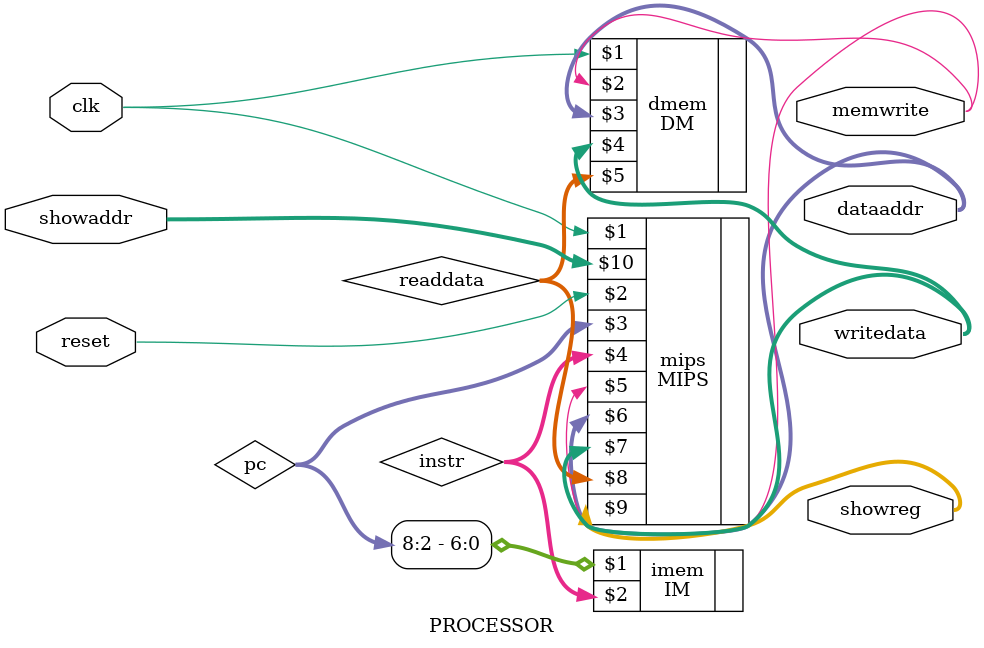
<source format=v>
`timescale 1ns / 1ps

module PROCESSOR
(
    input wire clk, reset,
    output wire [7:0] showreg,
    input wire [6:0] showaddr,
    output wire [31:0] writedata,
    output wire [31:0] dataaddr,
    output wire memwrite
);

    wire [31:0] pc;
    wire [31:0] instr;
    wire [31:0] readdata;
    
    // MIPS
    MIPS mips(clk, reset, pc, instr, memwrite, dataaddr, writedata, readdata, showreg, showaddr);
    // instruction memory
    IM imem(pc[8:2], instr);
    // data memory
    DM dmem(clk, memwrite, dataaddr, writedata, readdata);

endmodule

</source>
